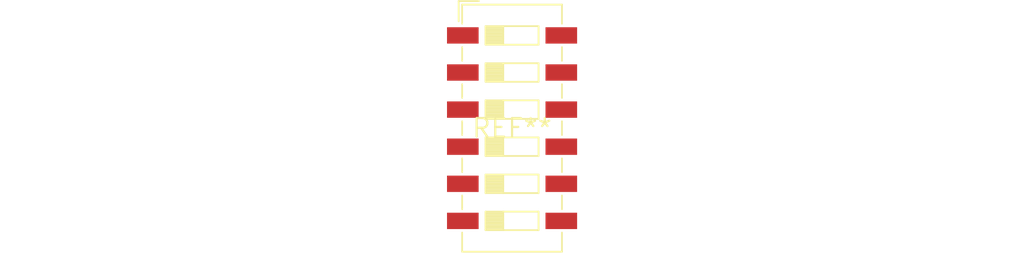
<source format=kicad_pcb>
(kicad_pcb (version 20240108) (generator pcbnew)
  (layers (0 "F.Cu" signal) (31 "B.Cu" signal) (34 "B.Paste" user) (35 "F.Paste" user) (36 "B.SilkS" user "B.Silkscreen") (37 "F.SilkS" user "F.Silkscreen") (38 "B.Mask" user) (39 "F.Mask" user) (44 "Edge.Cuts" user))
  (net 0 "")
  (footprint "SW_DIP_SPSTx06_Slide_6.7x16.8mm_W6.73mm_P2.54mm_LowProfile_JPin" (layer "F.Cu") (at 0 0)
    (property "Reference" "REF**")
    (property "Value" "SW_DIP_SPSTx06_Slide_6.7x16.8mm_W6.73mm_P2.54mm_LowProfile_JPin")
    (fp_line (start -3.65 -8.7) (end -3.65 -7.317) (layer "F.SilkS") (stroke (width 0.12)))
    (fp_line (start -3.65 -8.7) (end -2.267 -8.7) (layer "F.SilkS") (stroke (width 0.12)))
    (fp_line (start -3.41 -8.46) (end -3.41 -7.15) (layer "F.SilkS") (stroke (width 0.12)))
    (fp_line (start -3.41 -8.46) (end 3.41 -8.46) (layer "F.SilkS") (stroke (width 0.12)))
    (fp_line (start -3.41 -5.55) (end -3.41 -4.61) (layer "F.SilkS") (stroke (width 0.12)))
    (fp_line (start -3.41 -3.01) (end -3.41 -2.07) (layer "F.SilkS") (stroke (width 0.12)))
    (fp_line (start -3.41 -0.47) (end -3.41 0.47) (layer "F.SilkS") (stroke (width 0.12)))
    (fp_line (start -3.41 2.07) (end -3.41 3.01) (layer "F.SilkS") (stroke (width 0.12)))
    (fp_line (start -3.41 4.61) (end -3.41 5.55) (layer "F.SilkS") (stroke (width 0.12)))
    (fp_line (start -3.41 7.15) (end -3.41 8.461) (layer "F.SilkS") (stroke (width 0.12)))
    (fp_line (start -3.41 8.461) (end 3.41 8.461) (layer "F.SilkS") (stroke (width 0.12)))
    (fp_line (start -1.81 -6.985) (end -1.81 -5.715) (layer "F.SilkS") (stroke (width 0.12)))
    (fp_line (start -1.81 -6.865) (end -0.603333 -6.865) (layer "F.SilkS") (stroke (width 0.12)))
    (fp_line (start -1.81 -6.745) (end -0.603333 -6.745) (layer "F.SilkS") (stroke (width 0.12)))
    (fp_line (start -1.81 -6.625) (end -0.603333 -6.625) (layer "F.SilkS") (stroke (width 0.12)))
    (fp_line (start -1.81 -6.505) (end -0.603333 -6.505) (layer "F.SilkS") (stroke (width 0.12)))
    (fp_line (start -1.81 -6.385) (end -0.603333 -6.385) (layer "F.SilkS") (stroke (width 0.12)))
    (fp_line (start -1.81 -6.265) (end -0.603333 -6.265) (layer "F.SilkS") (stroke (width 0.12)))
    (fp_line (start -1.81 -6.145) (end -0.603333 -6.145) (layer "F.SilkS") (stroke (width 0.12)))
    (fp_line (start -1.81 -6.025) (end -0.603333 -6.025) (layer "F.SilkS") (stroke (width 0.12)))
    (fp_line (start -1.81 -5.905) (end -0.603333 -5.905) (layer "F.SilkS") (stroke (width 0.12)))
    (fp_line (start -1.81 -5.785) (end -0.603333 -5.785) (layer "F.SilkS") (stroke (width 0.12)))
    (fp_line (start -1.81 -5.715) (end 1.81 -5.715) (layer "F.SilkS") (stroke (width 0.12)))
    (fp_line (start -1.81 -4.445) (end -1.81 -3.175) (layer "F.SilkS") (stroke (width 0.12)))
    (fp_line (start -1.81 -4.325) (end -0.603333 -4.325) (layer "F.SilkS") (stroke (width 0.12)))
    (fp_line (start -1.81 -4.205) (end -0.603333 -4.205) (layer "F.SilkS") (stroke (width 0.12)))
    (fp_line (start -1.81 -4.085) (end -0.603333 -4.085) (layer "F.SilkS") (stroke (width 0.12)))
    (fp_line (start -1.81 -3.965) (end -0.603333 -3.965) (layer "F.SilkS") (stroke (width 0.12)))
    (fp_line (start -1.81 -3.845) (end -0.603333 -3.845) (layer "F.SilkS") (stroke (width 0.12)))
    (fp_line (start -1.81 -3.725) (end -0.603333 -3.725) (layer "F.SilkS") (stroke (width 0.12)))
    (fp_line (start -1.81 -3.605) (end -0.603333 -3.605) (layer "F.SilkS") (stroke (width 0.12)))
    (fp_line (start -1.81 -3.485) (end -0.603333 -3.485) (layer "F.SilkS") (stroke (width 0.12)))
    (fp_line (start -1.81 -3.365) (end -0.603333 -3.365) (layer "F.SilkS") (stroke (width 0.12)))
    (fp_line (start -1.81 -3.245) (end -0.603333 -3.245) (layer "F.SilkS") (stroke (width 0.12)))
    (fp_line (start -1.81 -3.175) (end 1.81 -3.175) (layer "F.SilkS") (stroke (width 0.12)))
    (fp_line (start -1.81 -1.905) (end -1.81 -0.635) (layer "F.SilkS") (stroke (width 0.12)))
    (fp_line (start -1.81 -1.785) (end -0.603333 -1.785) (layer "F.SilkS") (stroke (width 0.12)))
    (fp_line (start -1.81 -1.665) (end -0.603333 -1.665) (layer "F.SilkS") (stroke (width 0.12)))
    (fp_line (start -1.81 -1.545) (end -0.603333 -1.545) (layer "F.SilkS") (stroke (width 0.12)))
    (fp_line (start -1.81 -1.425) (end -0.603333 -1.425) (layer "F.SilkS") (stroke (width 0.12)))
    (fp_line (start -1.81 -1.305) (end -0.603333 -1.305) (layer "F.SilkS") (stroke (width 0.12)))
    (fp_line (start -1.81 -1.185) (end -0.603333 -1.185) (layer "F.SilkS") (stroke (width 0.12)))
    (fp_line (start -1.81 -1.065) (end -0.603333 -1.065) (layer "F.SilkS") (stroke (width 0.12)))
    (fp_line (start -1.81 -0.945) (end -0.603333 -0.945) (layer "F.SilkS") (stroke (width 0.12)))
    (fp_line (start -1.81 -0.825) (end -0.603333 -0.825) (layer "F.SilkS") (stroke (width 0.12)))
    (fp_line (start -1.81 -0.705) (end -0.603333 -0.705) (layer "F.SilkS") (stroke (width 0.12)))
    (fp_line (start -1.81 -0.635) (end 1.81 -0.635) (layer "F.SilkS") (stroke (width 0.12)))
    (fp_line (start -1.81 0.635) (end -1.81 1.905) (layer "F.SilkS") (stroke (width 0.12)))
    (fp_line (start -1.81 0.755) (end -0.603333 0.755) (layer "F.SilkS") (stroke (width 0.12)))
    (fp_line (start -1.81 0.875) (end -0.603333 0.875) (layer "F.SilkS") (stroke (width 0.12)))
    (fp_line (start -1.81 0.995) (end -0.603333 0.995) (layer "F.SilkS") (stroke (width 0.12)))
    (fp_line (start -1.81 1.115) (end -0.603333 1.115) (layer "F.SilkS") (stroke (width 0.12)))
    (fp_line (start -1.81 1.235) (end -0.603333 1.235) (layer "F.SilkS") (stroke (width 0.12)))
    (fp_line (start -1.81 1.355) (end -0.603333 1.355) (layer "F.SilkS") (stroke (width 0.12)))
    (fp_line (start -1.81 1.475) (end -0.603333 1.475) (layer "F.SilkS") (stroke (width 0.12)))
    (fp_line (start -1.81 1.595) (end -0.603333 1.595) (layer "F.SilkS") (stroke (width 0.12)))
    (fp_line (start -1.81 1.715) (end -0.603333 1.715) (layer "F.SilkS") (stroke (width 0.12)))
    (fp_line (start -1.81 1.835) (end -0.603333 1.835) (layer "F.SilkS") (stroke (width 0.12)))
    (fp_line (start -1.81 1.905) (end 1.81 1.905) (layer "F.SilkS") (stroke (width 0.12)))
    (fp_line (start -1.81 3.175) (end -1.81 4.445) (layer "F.SilkS") (stroke (width 0.12)))
    (fp_line (start -1.81 3.295) (end -0.603333 3.295) (layer "F.SilkS") (stroke (width 0.12)))
    (fp_line (start -1.81 3.415) (end -0.603333 3.415) (layer "F.SilkS") (stroke (width 0.12)))
    (fp_line (start -1.81 3.535) (end -0.603333 3.535) (layer "F.SilkS") (stroke (width 0.12)))
    (fp_line (start -1.81 3.655) (end -0.603333 3.655) (layer "F.SilkS") (stroke (width 0.12)))
    (fp_line (start -1.81 3.775) (end -0.603333 3.775) (layer "F.SilkS") (stroke (width 0.12)))
    (fp_line (start -1.81 3.895) (end -0.603333 3.895) (layer "F.SilkS") (stroke (width 0.12)))
    (fp_line (start -1.81 4.015) (end -0.603333 4.015) (layer "F.SilkS") (stroke (width 0.12)))
    (fp_line (start -1.81 4.135) (end -0.603333 4.135) (layer "F.SilkS") (stroke (width 0.12)))
    (fp_line (start -1.81 4.255) (end -0.603333 4.255) (layer "F.SilkS") (stroke (width 0.12)))
    (fp_line (start -1.81 4.375) (end -0.603333 4.375) (layer "F.SilkS") (stroke (width 0.12)))
    (fp_line (start -1.81 4.445) (end 1.81 4.445) (layer "F.SilkS") (stroke (width 0.12)))
    (fp_line (start -1.81 5.715) (end -1.81 6.985) (layer "F.SilkS") (stroke (width 0.12)))
    (fp_line (start -1.81 5.835) (end -0.603333 5.835) (layer "F.SilkS") (stroke (width 0.12)))
    (fp_line (start -1.81 5.955) (end -0.603333 5.955) (layer "F.SilkS") (stroke (width 0.12)))
    (fp_line (start -1.81 6.075) (end -0.603333 6.075) (layer "F.SilkS") (stroke (width 0.12)))
    (fp_line (start -1.81 6.195) (end -0.603333 6.195) (layer "F.SilkS") (stroke (width 0.12)))
    (fp_line (start -1.81 6.315) (end -0.603333 6.315) (layer "F.SilkS") (stroke (width 0.12)))
    (fp_line (start -1.81 6.435) (end -0.603333 6.435) (layer "F.SilkS") (stroke (width 0.12)))
    (fp_line (start -1.81 6.555) (end -0.603333 6.555) (layer "F.SilkS") (stroke (width 0.12)))
    (fp_line (start -1.81 6.675) (end -0.603333 6.675) (layer "F.SilkS") (stroke (width 0.12)))
    (fp_line (start -1.81 6.795) (end -0.603333 6.795) (layer "F.SilkS") (stroke (width 0.12)))
    (fp_line (start -1.81 6.915) (end -0.603333 6.915) (layer "F.SilkS") (stroke (width 0.12)))
    (fp_line (start -1.81 6.985) (end 1.81 6.985) (layer "F.SilkS") (stroke (width 0.12)))
    (fp_line (start -0.603333 -6.985) (end -0.603333 -5.715) (layer "F.SilkS") (stroke (width 0.12)))
    (fp_line (start -0.603333 -4.445) (end -0.603333 -3.175) (layer "F.SilkS") (stroke (width 0.12)))
    (fp_line (start -0.603333 -1.905) (end -0.603333 -0.635) (layer "F.SilkS") (stroke (width 0.12)))
    (fp_line (start -0.603333 0.635) (end -0.603333 1.905) (layer "F.SilkS") (stroke (width 0.12)))
    (fp_line (start -0.603333 3.175) (end -0.603333 4.445) (layer "F.SilkS") (stroke (width 0.12)))
    (fp_line (start -0.603333 5.715) (end -0.603333 6.985) (layer "F.SilkS") (stroke (width 0.12)))
    (fp_line (start 1.81 -6.985) (end -1.81 -6.985) (layer "F.SilkS") (stroke (width 0.12)))
    (fp_line (start 1.81 -5.715) (end 1.81 -6.985) (layer "F.SilkS") (stroke (width 0.12)))
    (fp_line (start 1.81 -4.445) (end -1.81 -4.445) (layer "F.SilkS") (stroke (width 0.12)))
    (fp_line (start 1.81 -3.175) (end 1.81 -4.445) (layer "F.SilkS") (stroke (width 0.12)))
    (fp_line (start 1.81 -1.905) (end -1.81 -1.905) (layer "F.SilkS") (stroke (width 0.12)))
    (fp_line (start 1.81 -0.635) (end 1.81 -1.905) (layer "F.SilkS") (stroke (width 0.12)))
    (fp_line (start 1.81 0.635) (end -1.81 0.635) (layer "F.SilkS") (stroke (width 0.12)))
    (fp_line (start 1.81 1.905) (end 1.81 0.635) (layer "F.SilkS") (stroke (width 0.12)))
    (fp_line (start 1.81 3.175) (end -1.81 3.175) (layer "F.SilkS") (stroke (width 0.12)))
    (fp_line (start 1.81 4.445) (end 1.81 3.175) (layer "F.SilkS") (stroke (width 0.12)))
    (fp_line (start 1.81 5.715) (end -1.81 5.715) (layer "F.SilkS") (stroke (width 0.12)))
    (fp_line (start 1.81 6.985) (end 1.81 5.715) (layer "F.SilkS") (stroke (width 0.12)))
    (fp_line (start 3.41 -8.46) (end 3.41 -7.15) (layer "F.SilkS") (stroke (width 0.12)))
    (fp_line (start 3.41 -5.55) (end 3.41 -4.61) (layer "F.SilkS") (stroke (width 0.12)))
    (fp_line (start 3.41 -3.01) (end 3.41 -2.07) (layer "F.SilkS") (stroke (width 0.12)))
    (fp_line (start 3.41 -0.47) (end 3.41 0.47) (layer "F.SilkS") (stroke (width 0.12)))
    (fp_line (start 3.41 2.07) (end 3.41 3.01) (layer "F.SilkS") (stroke (width 0.12)))
    (fp_line (start 3.41 4.61) (end 3.41 5.55) (layer "F.SilkS") (stroke (width 0.12)))
    (fp_line (start 3.41 7.15) (end 3.41 8.461) (layer "F.SilkS") (stroke (width 0.12)))
    (pad "1" smd rect (at -3.365 -6.35) (size 2.16 1.12) (layers "F.Cu" "F.Paste" "F.Mask"))
    (pad "2" smd rect (at -3.365 -3.81) (size 2.16 1.12) (layers "F.Cu" "F.Paste" "F.Mask"))
    (pad "3" smd rect (at -3.365 -1.27) (size 2.16 1.12) (layers "F.Cu" "F.Paste" "F.Mask"))
    (pad "4" smd rect (at -3.365 1.27) (size 2.16 1.12) (layers "F.Cu" "F.Paste" "F.Mask"))
    (pad "5" smd rect (at -3.365 3.81) (size 2.16 1.12) (layers "F.Cu" "F.Paste" "F.Mask"))
    (pad "6" smd rect (at -3.365 6.35) (size 2.16 1.12) (layers "F.Cu" "F.Paste" "F.Mask"))
    (pad "7" smd rect (at 3.365 6.35) (size 2.16 1.12) (layers "F.Cu" "F.Paste" "F.Mask"))
    (pad "8" smd rect (at 3.365 3.81) (size 2.16 1.12) (layers "F.Cu" "F.Paste" "F.Mask"))
    (pad "9" smd rect (at 3.365 1.27) (size 2.16 1.12) (layers "F.Cu" "F.Paste" "F.Mask"))
    (pad "10" smd rect (at 3.365 -1.27) (size 2.16 1.12) (layers "F.Cu" "F.Paste" "F.Mask"))
    (pad "11" smd rect (at 3.365 -3.81) (size 2.16 1.12) (layers "F.Cu" "F.Paste" "F.Mask"))
    (pad "12" smd rect (at 3.365 -6.35) (size 2.16 1.12) (layers "F.Cu" "F.Paste" "F.Mask"))
  )
)
</source>
